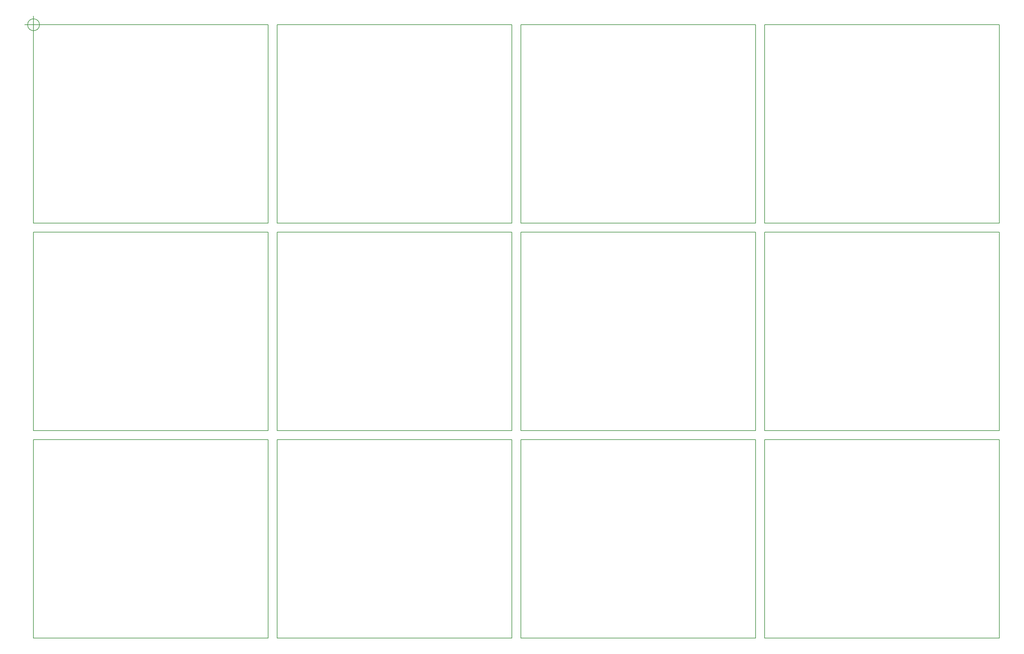
<source format=gm1>
G04 #@! TF.FileFunction,Profile,NP*
%FSLAX46Y46*%
G04 Gerber Fmt 4.6, Leading zero omitted, Abs format (unit mm)*
G04 Created by KiCad (PCBNEW 4.0.6) date Friday, 09 June 2017 'AMt' 10:28:24*
%MOMM*%
%LPD*%
G01*
G04 APERTURE LIST*
%ADD10C,0.100000*%
%ADD11C,0.150000*%
G04 APERTURE END LIST*
D10*
D11*
X203200000Y-172720000D02*
X137160000Y-172720000D01*
X203200000Y-116840000D02*
X203200000Y-172720000D01*
X137160000Y-116840000D02*
X203200000Y-116840000D01*
X137160000Y-172720000D02*
X137160000Y-116840000D01*
X68580000Y-172720000D02*
X68580000Y-116840000D01*
X68580000Y-116840000D02*
X134620000Y-116840000D01*
X134620000Y-116840000D02*
X134620000Y-172720000D01*
X134620000Y-172720000D02*
X68580000Y-172720000D01*
X66040000Y-172720000D02*
X0Y-172720000D01*
X66040000Y-116840000D02*
X66040000Y-172720000D01*
X0Y-116840000D02*
X66040000Y-116840000D01*
X0Y-172720000D02*
X0Y-116840000D01*
X205740000Y-172720000D02*
X205740000Y-116840000D01*
X205740000Y-116840000D02*
X271780000Y-116840000D01*
X271780000Y-116840000D02*
X271780000Y-172720000D01*
X271780000Y-172720000D02*
X205740000Y-172720000D01*
X205740000Y-55880000D02*
X205740000Y0D01*
X205740000Y0D02*
X271780000Y0D01*
X271780000Y0D02*
X271780000Y-55880000D01*
X271780000Y-55880000D02*
X205740000Y-55880000D01*
X271780000Y-114300000D02*
X205740000Y-114300000D01*
X271780000Y-58420000D02*
X271780000Y-114300000D01*
X205740000Y-58420000D02*
X271780000Y-58420000D01*
X205740000Y-114300000D02*
X205740000Y-58420000D01*
X0Y-114300000D02*
X0Y-58420000D01*
X0Y-58420000D02*
X66040000Y-58420000D01*
X66040000Y-58420000D02*
X66040000Y-114300000D01*
X66040000Y-114300000D02*
X0Y-114300000D01*
X134620000Y-114300000D02*
X68580000Y-114300000D01*
X134620000Y-58420000D02*
X134620000Y-114300000D01*
X68580000Y-58420000D02*
X134620000Y-58420000D01*
X68580000Y-114300000D02*
X68580000Y-58420000D01*
X137160000Y-114300000D02*
X137160000Y-58420000D01*
X137160000Y-58420000D02*
X203200000Y-58420000D01*
X203200000Y-58420000D02*
X203200000Y-114300000D01*
X203200000Y-114300000D02*
X137160000Y-114300000D01*
X203200000Y-55880000D02*
X137160000Y-55880000D01*
X203200000Y0D02*
X203200000Y-55880000D01*
X137160000Y0D02*
X203200000Y0D01*
X137160000Y-55880000D02*
X137160000Y0D01*
X68580000Y-55880000D02*
X68580000Y0D01*
X68580000Y0D02*
X134620000Y0D01*
X134620000Y0D02*
X134620000Y-55880000D01*
X134620000Y-55880000D02*
X68580000Y-55880000D01*
X1666666Y0D02*
G75*
G03X1666666Y0I-1666666J0D01*
G01*
X-2500000Y0D02*
X2500000Y0D01*
X0Y2500000D02*
X0Y-2500000D01*
X66040000Y-55880000D02*
X0Y-55880000D01*
X66040000Y0D02*
X66040000Y-55880000D01*
X0Y0D02*
X66040000Y0D01*
X0Y-55880000D02*
X0Y0D01*
M02*

</source>
